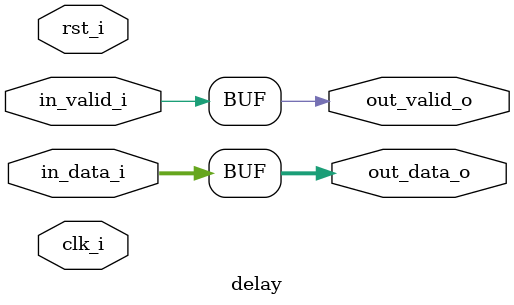
<source format=sv>
module delay #(
  parameter DATA_WIDTH   = 32,
  parameter ENABLE       = 0
) (
  input                           clk_i,
  input                           rst_i,

  input  logic [DATA_WIDTH-1:0]   in_data_i,
  input  logic                    in_valid_i,

  output logic [DATA_WIDTH-1:0]   out_data_o,
  output logic                    out_valid_o

);

generate
  if(ENABLE == 0) begin : g_not_enable
    assign out_data_o  = in_data_i;
    assign out_valid_o = in_valid_i;
  end else begin : g_enable
    always_ff @(posedge clk_i or posedge rst_i)
      if( rst_i ) begin
        out_data_o  <= 'x;
        out_valid_o <= 1'b0;
      end else begin
        out_data_o  <= in_data_i;
        out_valid_o <= in_valid_i;
      end
  end
endgenerate

endmodule

</source>
